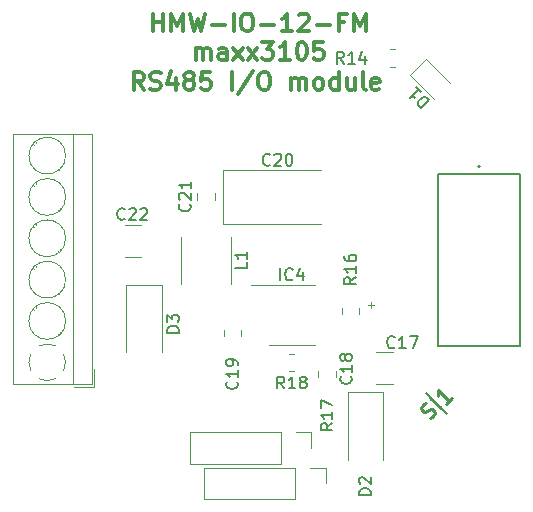
<source format=gbr>
%TF.GenerationSoftware,KiCad,Pcbnew,(6.0.9)*%
%TF.CreationDate,2024-03-01T19:09:02+01:00*%
%TF.ProjectId,HMW-IO-12-FM,484d572d-494f-42d3-9132-2d464d2e6b69,rev?*%
%TF.SameCoordinates,Original*%
%TF.FileFunction,Legend,Top*%
%TF.FilePolarity,Positive*%
%FSLAX46Y46*%
G04 Gerber Fmt 4.6, Leading zero omitted, Abs format (unit mm)*
G04 Created by KiCad (PCBNEW (6.0.9)) date 2024-03-01 19:09:02*
%MOMM*%
%LPD*%
G01*
G04 APERTURE LIST*
%ADD10C,0.300000*%
%ADD11C,0.254000*%
%ADD12C,0.150000*%
%ADD13C,0.200000*%
%ADD14C,0.120000*%
%ADD15C,0.127000*%
G04 APERTURE END LIST*
D10*
X141000000Y-55721071D02*
X141000000Y-54221071D01*
X141000000Y-54935357D02*
X141857142Y-54935357D01*
X141857142Y-55721071D02*
X141857142Y-54221071D01*
X142571428Y-55721071D02*
X142571428Y-54221071D01*
X143071428Y-55292500D01*
X143571428Y-54221071D01*
X143571428Y-55721071D01*
X144142857Y-54221071D02*
X144500000Y-55721071D01*
X144785714Y-54649642D01*
X145071428Y-55721071D01*
X145428571Y-54221071D01*
X146000000Y-55149642D02*
X147142857Y-55149642D01*
X147857142Y-55721071D02*
X147857142Y-54221071D01*
X148857142Y-54221071D02*
X149142857Y-54221071D01*
X149285714Y-54292500D01*
X149428571Y-54435357D01*
X149500000Y-54721071D01*
X149500000Y-55221071D01*
X149428571Y-55506785D01*
X149285714Y-55649642D01*
X149142857Y-55721071D01*
X148857142Y-55721071D01*
X148714285Y-55649642D01*
X148571428Y-55506785D01*
X148500000Y-55221071D01*
X148500000Y-54721071D01*
X148571428Y-54435357D01*
X148714285Y-54292500D01*
X148857142Y-54221071D01*
X150142857Y-55149642D02*
X151285714Y-55149642D01*
X152785714Y-55721071D02*
X151928571Y-55721071D01*
X152357142Y-55721071D02*
X152357142Y-54221071D01*
X152214285Y-54435357D01*
X152071428Y-54578214D01*
X151928571Y-54649642D01*
X153357142Y-54363928D02*
X153428571Y-54292500D01*
X153571428Y-54221071D01*
X153928571Y-54221071D01*
X154071428Y-54292500D01*
X154142857Y-54363928D01*
X154214285Y-54506785D01*
X154214285Y-54649642D01*
X154142857Y-54863928D01*
X153285714Y-55721071D01*
X154214285Y-55721071D01*
X154857142Y-55149642D02*
X156000000Y-55149642D01*
X157214285Y-54935357D02*
X156714285Y-54935357D01*
X156714285Y-55721071D02*
X156714285Y-54221071D01*
X157428571Y-54221071D01*
X158000000Y-55721071D02*
X158000000Y-54221071D01*
X158500000Y-55292500D01*
X159000000Y-54221071D01*
X159000000Y-55721071D01*
X144607142Y-58136071D02*
X144607142Y-57136071D01*
X144607142Y-57278928D02*
X144678571Y-57207500D01*
X144821428Y-57136071D01*
X145035714Y-57136071D01*
X145178571Y-57207500D01*
X145250000Y-57350357D01*
X145250000Y-58136071D01*
X145250000Y-57350357D02*
X145321428Y-57207500D01*
X145464285Y-57136071D01*
X145678571Y-57136071D01*
X145821428Y-57207500D01*
X145892857Y-57350357D01*
X145892857Y-58136071D01*
X147250000Y-58136071D02*
X147250000Y-57350357D01*
X147178571Y-57207500D01*
X147035714Y-57136071D01*
X146750000Y-57136071D01*
X146607142Y-57207500D01*
X147250000Y-58064642D02*
X147107142Y-58136071D01*
X146750000Y-58136071D01*
X146607142Y-58064642D01*
X146535714Y-57921785D01*
X146535714Y-57778928D01*
X146607142Y-57636071D01*
X146750000Y-57564642D01*
X147107142Y-57564642D01*
X147250000Y-57493214D01*
X147821428Y-58136071D02*
X148607142Y-57136071D01*
X147821428Y-57136071D02*
X148607142Y-58136071D01*
X149035714Y-58136071D02*
X149821428Y-57136071D01*
X149035714Y-57136071D02*
X149821428Y-58136071D01*
X150250000Y-56636071D02*
X151178571Y-56636071D01*
X150678571Y-57207500D01*
X150892857Y-57207500D01*
X151035714Y-57278928D01*
X151107142Y-57350357D01*
X151178571Y-57493214D01*
X151178571Y-57850357D01*
X151107142Y-57993214D01*
X151035714Y-58064642D01*
X150892857Y-58136071D01*
X150464285Y-58136071D01*
X150321428Y-58064642D01*
X150250000Y-57993214D01*
X152607142Y-58136071D02*
X151750000Y-58136071D01*
X152178571Y-58136071D02*
X152178571Y-56636071D01*
X152035714Y-56850357D01*
X151892857Y-56993214D01*
X151750000Y-57064642D01*
X153535714Y-56636071D02*
X153678571Y-56636071D01*
X153821428Y-56707500D01*
X153892857Y-56778928D01*
X153964285Y-56921785D01*
X154035714Y-57207500D01*
X154035714Y-57564642D01*
X153964285Y-57850357D01*
X153892857Y-57993214D01*
X153821428Y-58064642D01*
X153678571Y-58136071D01*
X153535714Y-58136071D01*
X153392857Y-58064642D01*
X153321428Y-57993214D01*
X153250000Y-57850357D01*
X153178571Y-57564642D01*
X153178571Y-57207500D01*
X153250000Y-56921785D01*
X153321428Y-56778928D01*
X153392857Y-56707500D01*
X153535714Y-56636071D01*
X155392857Y-56636071D02*
X154678571Y-56636071D01*
X154607142Y-57350357D01*
X154678571Y-57278928D01*
X154821428Y-57207500D01*
X155178571Y-57207500D01*
X155321428Y-57278928D01*
X155392857Y-57350357D01*
X155464285Y-57493214D01*
X155464285Y-57850357D01*
X155392857Y-57993214D01*
X155321428Y-58064642D01*
X155178571Y-58136071D01*
X154821428Y-58136071D01*
X154678571Y-58064642D01*
X154607142Y-57993214D01*
X140214285Y-60678571D02*
X139714285Y-59964285D01*
X139357142Y-60678571D02*
X139357142Y-59178571D01*
X139928571Y-59178571D01*
X140071428Y-59250000D01*
X140142857Y-59321428D01*
X140214285Y-59464285D01*
X140214285Y-59678571D01*
X140142857Y-59821428D01*
X140071428Y-59892857D01*
X139928571Y-59964285D01*
X139357142Y-59964285D01*
X140785714Y-60607142D02*
X141000000Y-60678571D01*
X141357142Y-60678571D01*
X141500000Y-60607142D01*
X141571428Y-60535714D01*
X141642857Y-60392857D01*
X141642857Y-60250000D01*
X141571428Y-60107142D01*
X141500000Y-60035714D01*
X141357142Y-59964285D01*
X141071428Y-59892857D01*
X140928571Y-59821428D01*
X140857142Y-59750000D01*
X140785714Y-59607142D01*
X140785714Y-59464285D01*
X140857142Y-59321428D01*
X140928571Y-59250000D01*
X141071428Y-59178571D01*
X141428571Y-59178571D01*
X141642857Y-59250000D01*
X142928571Y-59678571D02*
X142928571Y-60678571D01*
X142571428Y-59107142D02*
X142214285Y-60178571D01*
X143142857Y-60178571D01*
X143928571Y-59821428D02*
X143785714Y-59750000D01*
X143714285Y-59678571D01*
X143642857Y-59535714D01*
X143642857Y-59464285D01*
X143714285Y-59321428D01*
X143785714Y-59250000D01*
X143928571Y-59178571D01*
X144214285Y-59178571D01*
X144357142Y-59250000D01*
X144428571Y-59321428D01*
X144500000Y-59464285D01*
X144500000Y-59535714D01*
X144428571Y-59678571D01*
X144357142Y-59750000D01*
X144214285Y-59821428D01*
X143928571Y-59821428D01*
X143785714Y-59892857D01*
X143714285Y-59964285D01*
X143642857Y-60107142D01*
X143642857Y-60392857D01*
X143714285Y-60535714D01*
X143785714Y-60607142D01*
X143928571Y-60678571D01*
X144214285Y-60678571D01*
X144357142Y-60607142D01*
X144428571Y-60535714D01*
X144500000Y-60392857D01*
X144500000Y-60107142D01*
X144428571Y-59964285D01*
X144357142Y-59892857D01*
X144214285Y-59821428D01*
X145857142Y-59178571D02*
X145142857Y-59178571D01*
X145071428Y-59892857D01*
X145142857Y-59821428D01*
X145285714Y-59750000D01*
X145642857Y-59750000D01*
X145785714Y-59821428D01*
X145857142Y-59892857D01*
X145928571Y-60035714D01*
X145928571Y-60392857D01*
X145857142Y-60535714D01*
X145785714Y-60607142D01*
X145642857Y-60678571D01*
X145285714Y-60678571D01*
X145142857Y-60607142D01*
X145071428Y-60535714D01*
X147714285Y-60678571D02*
X147714285Y-59178571D01*
X149500000Y-59107142D02*
X148214285Y-61035714D01*
X150285714Y-59178571D02*
X150571428Y-59178571D01*
X150714285Y-59250000D01*
X150857142Y-59392857D01*
X150928571Y-59678571D01*
X150928571Y-60178571D01*
X150857142Y-60464285D01*
X150714285Y-60607142D01*
X150571428Y-60678571D01*
X150285714Y-60678571D01*
X150142857Y-60607142D01*
X150000000Y-60464285D01*
X149928571Y-60178571D01*
X149928571Y-59678571D01*
X150000000Y-59392857D01*
X150142857Y-59250000D01*
X150285714Y-59178571D01*
X152714285Y-60678571D02*
X152714285Y-59678571D01*
X152714285Y-59821428D02*
X152785714Y-59750000D01*
X152928571Y-59678571D01*
X153142857Y-59678571D01*
X153285714Y-59750000D01*
X153357142Y-59892857D01*
X153357142Y-60678571D01*
X153357142Y-59892857D02*
X153428571Y-59750000D01*
X153571428Y-59678571D01*
X153785714Y-59678571D01*
X153928571Y-59750000D01*
X154000000Y-59892857D01*
X154000000Y-60678571D01*
X154928571Y-60678571D02*
X154785714Y-60607142D01*
X154714285Y-60535714D01*
X154642857Y-60392857D01*
X154642857Y-59964285D01*
X154714285Y-59821428D01*
X154785714Y-59750000D01*
X154928571Y-59678571D01*
X155142857Y-59678571D01*
X155285714Y-59750000D01*
X155357142Y-59821428D01*
X155428571Y-59964285D01*
X155428571Y-60392857D01*
X155357142Y-60535714D01*
X155285714Y-60607142D01*
X155142857Y-60678571D01*
X154928571Y-60678571D01*
X156714285Y-60678571D02*
X156714285Y-59178571D01*
X156714285Y-60607142D02*
X156571428Y-60678571D01*
X156285714Y-60678571D01*
X156142857Y-60607142D01*
X156071428Y-60535714D01*
X156000000Y-60392857D01*
X156000000Y-59964285D01*
X156071428Y-59821428D01*
X156142857Y-59750000D01*
X156285714Y-59678571D01*
X156571428Y-59678571D01*
X156714285Y-59750000D01*
X158071428Y-59678571D02*
X158071428Y-60678571D01*
X157428571Y-59678571D02*
X157428571Y-60464285D01*
X157500000Y-60607142D01*
X157642857Y-60678571D01*
X157857142Y-60678571D01*
X158000000Y-60607142D01*
X158071428Y-60535714D01*
X159000000Y-60678571D02*
X158857142Y-60607142D01*
X158785714Y-60464285D01*
X158785714Y-59178571D01*
X160142857Y-60607142D02*
X160000000Y-60678571D01*
X159714285Y-60678571D01*
X159571428Y-60607142D01*
X159500000Y-60464285D01*
X159500000Y-59892857D01*
X159571428Y-59750000D01*
X159714285Y-59678571D01*
X160000000Y-59678571D01*
X160142857Y-59750000D01*
X160214285Y-59892857D01*
X160214285Y-60035714D01*
X159500000Y-60178571D01*
D11*
%TO.C,SI1*%
X164447693Y-88493745D02*
X164618746Y-88408218D01*
X164832562Y-88194403D01*
X164875325Y-88066113D01*
X164875325Y-87980587D01*
X164832562Y-87852298D01*
X164747035Y-87766772D01*
X164618746Y-87724008D01*
X164533220Y-87724008D01*
X164404930Y-87766772D01*
X164191115Y-87895061D01*
X164062825Y-87937824D01*
X163977299Y-87937824D01*
X163849010Y-87895061D01*
X163763483Y-87809535D01*
X163720720Y-87681245D01*
X163720720Y-87595719D01*
X163763483Y-87467430D01*
X163977299Y-87253614D01*
X164148352Y-87168088D01*
X165388482Y-87638482D02*
X164490457Y-86740457D01*
X166286508Y-86740457D02*
X165773350Y-87253614D01*
X166029929Y-86997035D02*
X165131903Y-86099010D01*
X165174667Y-86312825D01*
X165174667Y-86483878D01*
X165131903Y-86612167D01*
D12*
%TO.C,D3*%
X143202380Y-81238095D02*
X142202380Y-81238095D01*
X142202380Y-81000000D01*
X142250000Y-80857142D01*
X142345238Y-80761904D01*
X142440476Y-80714285D01*
X142630952Y-80666666D01*
X142773809Y-80666666D01*
X142964285Y-80714285D01*
X143059523Y-80761904D01*
X143154761Y-80857142D01*
X143202380Y-81000000D01*
X143202380Y-81238095D01*
X142202380Y-80333333D02*
X142202380Y-79714285D01*
X142583333Y-80047619D01*
X142583333Y-79904761D01*
X142630952Y-79809523D01*
X142678571Y-79761904D01*
X142773809Y-79714285D01*
X143011904Y-79714285D01*
X143107142Y-79761904D01*
X143154761Y-79809523D01*
X143202380Y-79904761D01*
X143202380Y-80190476D01*
X143154761Y-80285714D01*
X143107142Y-80333333D01*
%TO.C,D1*%
X164366577Y-61526814D02*
X163659471Y-62233921D01*
X163491112Y-62065562D01*
X163423768Y-61930875D01*
X163423768Y-61796188D01*
X163457440Y-61695173D01*
X163558455Y-61526814D01*
X163659471Y-61425799D01*
X163827829Y-61324783D01*
X163928845Y-61291112D01*
X164063532Y-61291112D01*
X164198219Y-61358455D01*
X164366577Y-61526814D01*
X163289081Y-60449318D02*
X163693142Y-60853379D01*
X163491112Y-60651348D02*
X162784005Y-61358455D01*
X162952364Y-61324783D01*
X163087051Y-61324783D01*
X163188066Y-61358455D01*
%TO.C,C19*%
X148107142Y-85392857D02*
X148154761Y-85440476D01*
X148202380Y-85583333D01*
X148202380Y-85678571D01*
X148154761Y-85821428D01*
X148059523Y-85916666D01*
X147964285Y-85964285D01*
X147773809Y-86011904D01*
X147630952Y-86011904D01*
X147440476Y-85964285D01*
X147345238Y-85916666D01*
X147250000Y-85821428D01*
X147202380Y-85678571D01*
X147202380Y-85583333D01*
X147250000Y-85440476D01*
X147297619Y-85392857D01*
X148202380Y-84440476D02*
X148202380Y-85011904D01*
X148202380Y-84726190D02*
X147202380Y-84726190D01*
X147345238Y-84821428D01*
X147440476Y-84916666D01*
X147488095Y-85011904D01*
X148202380Y-83964285D02*
X148202380Y-83773809D01*
X148154761Y-83678571D01*
X148107142Y-83630952D01*
X147964285Y-83535714D01*
X147773809Y-83488095D01*
X147392857Y-83488095D01*
X147297619Y-83535714D01*
X147250000Y-83583333D01*
X147202380Y-83678571D01*
X147202380Y-83869047D01*
X147250000Y-83964285D01*
X147297619Y-84011904D01*
X147392857Y-84059523D01*
X147630952Y-84059523D01*
X147726190Y-84011904D01*
X147773809Y-83964285D01*
X147821428Y-83869047D01*
X147821428Y-83678571D01*
X147773809Y-83583333D01*
X147726190Y-83535714D01*
X147630952Y-83488095D01*
%TO.C,L1*%
X148952380Y-75266666D02*
X148952380Y-75742857D01*
X147952380Y-75742857D01*
X148952380Y-74409523D02*
X148952380Y-74980952D01*
X148952380Y-74695238D02*
X147952380Y-74695238D01*
X148095238Y-74790476D01*
X148190476Y-74885714D01*
X148238095Y-74980952D01*
%TO.C,D2*%
X159452380Y-94988095D02*
X158452380Y-94988095D01*
X158452380Y-94750000D01*
X158500000Y-94607142D01*
X158595238Y-94511904D01*
X158690476Y-94464285D01*
X158880952Y-94416666D01*
X159023809Y-94416666D01*
X159214285Y-94464285D01*
X159309523Y-94511904D01*
X159404761Y-94607142D01*
X159452380Y-94750000D01*
X159452380Y-94988095D01*
X158547619Y-94035714D02*
X158500000Y-93988095D01*
X158452380Y-93892857D01*
X158452380Y-93654761D01*
X158500000Y-93559523D01*
X158547619Y-93511904D01*
X158642857Y-93464285D01*
X158738095Y-93464285D01*
X158880952Y-93511904D01*
X159452380Y-94083333D01*
X159452380Y-93464285D01*
%TO.C,C17*%
X161457142Y-82457142D02*
X161409523Y-82504761D01*
X161266666Y-82552380D01*
X161171428Y-82552380D01*
X161028571Y-82504761D01*
X160933333Y-82409523D01*
X160885714Y-82314285D01*
X160838095Y-82123809D01*
X160838095Y-81980952D01*
X160885714Y-81790476D01*
X160933333Y-81695238D01*
X161028571Y-81600000D01*
X161171428Y-81552380D01*
X161266666Y-81552380D01*
X161409523Y-81600000D01*
X161457142Y-81647619D01*
X162409523Y-82552380D02*
X161838095Y-82552380D01*
X162123809Y-82552380D02*
X162123809Y-81552380D01*
X162028571Y-81695238D01*
X161933333Y-81790476D01*
X161838095Y-81838095D01*
X162742857Y-81552380D02*
X163409523Y-81552380D01*
X162980952Y-82552380D01*
%TO.C,R16*%
X158202380Y-76542857D02*
X157726190Y-76876190D01*
X158202380Y-77114285D02*
X157202380Y-77114285D01*
X157202380Y-76733333D01*
X157250000Y-76638095D01*
X157297619Y-76590476D01*
X157392857Y-76542857D01*
X157535714Y-76542857D01*
X157630952Y-76590476D01*
X157678571Y-76638095D01*
X157726190Y-76733333D01*
X157726190Y-77114285D01*
X158202380Y-75590476D02*
X158202380Y-76161904D01*
X158202380Y-75876190D02*
X157202380Y-75876190D01*
X157345238Y-75971428D01*
X157440476Y-76066666D01*
X157488095Y-76161904D01*
X157202380Y-74733333D02*
X157202380Y-74923809D01*
X157250000Y-75019047D01*
X157297619Y-75066666D01*
X157440476Y-75161904D01*
X157630952Y-75209523D01*
X158011904Y-75209523D01*
X158107142Y-75161904D01*
X158154761Y-75114285D01*
X158202380Y-75019047D01*
X158202380Y-74828571D01*
X158154761Y-74733333D01*
X158107142Y-74685714D01*
X158011904Y-74638095D01*
X157773809Y-74638095D01*
X157678571Y-74685714D01*
X157630952Y-74733333D01*
X157583333Y-74828571D01*
X157583333Y-75019047D01*
X157630952Y-75114285D01*
X157678571Y-75161904D01*
X157773809Y-75209523D01*
%TO.C,R14*%
X157157142Y-58452380D02*
X156823809Y-57976190D01*
X156585714Y-58452380D02*
X156585714Y-57452380D01*
X156966666Y-57452380D01*
X157061904Y-57500000D01*
X157109523Y-57547619D01*
X157157142Y-57642857D01*
X157157142Y-57785714D01*
X157109523Y-57880952D01*
X157061904Y-57928571D01*
X156966666Y-57976190D01*
X156585714Y-57976190D01*
X158109523Y-58452380D02*
X157538095Y-58452380D01*
X157823809Y-58452380D02*
X157823809Y-57452380D01*
X157728571Y-57595238D01*
X157633333Y-57690476D01*
X157538095Y-57738095D01*
X158966666Y-57785714D02*
X158966666Y-58452380D01*
X158728571Y-57404761D02*
X158490476Y-58119047D01*
X159109523Y-58119047D01*
%TO.C,C21*%
X144107142Y-70355357D02*
X144154761Y-70402976D01*
X144202380Y-70545833D01*
X144202380Y-70641071D01*
X144154761Y-70783928D01*
X144059523Y-70879166D01*
X143964285Y-70926785D01*
X143773809Y-70974404D01*
X143630952Y-70974404D01*
X143440476Y-70926785D01*
X143345238Y-70879166D01*
X143250000Y-70783928D01*
X143202380Y-70641071D01*
X143202380Y-70545833D01*
X143250000Y-70402976D01*
X143297619Y-70355357D01*
X143297619Y-69974404D02*
X143250000Y-69926785D01*
X143202380Y-69831547D01*
X143202380Y-69593452D01*
X143250000Y-69498214D01*
X143297619Y-69450595D01*
X143392857Y-69402976D01*
X143488095Y-69402976D01*
X143630952Y-69450595D01*
X144202380Y-70022023D01*
X144202380Y-69402976D01*
X144202380Y-68450595D02*
X144202380Y-69022023D01*
X144202380Y-68736309D02*
X143202380Y-68736309D01*
X143345238Y-68831547D01*
X143440476Y-68926785D01*
X143488095Y-69022023D01*
%TO.C,C20*%
X150907142Y-67007142D02*
X150859523Y-67054761D01*
X150716666Y-67102380D01*
X150621428Y-67102380D01*
X150478571Y-67054761D01*
X150383333Y-66959523D01*
X150335714Y-66864285D01*
X150288095Y-66673809D01*
X150288095Y-66530952D01*
X150335714Y-66340476D01*
X150383333Y-66245238D01*
X150478571Y-66150000D01*
X150621428Y-66102380D01*
X150716666Y-66102380D01*
X150859523Y-66150000D01*
X150907142Y-66197619D01*
X151288095Y-66197619D02*
X151335714Y-66150000D01*
X151430952Y-66102380D01*
X151669047Y-66102380D01*
X151764285Y-66150000D01*
X151811904Y-66197619D01*
X151859523Y-66292857D01*
X151859523Y-66388095D01*
X151811904Y-66530952D01*
X151240476Y-67102380D01*
X151859523Y-67102380D01*
X152478571Y-66102380D02*
X152573809Y-66102380D01*
X152669047Y-66150000D01*
X152716666Y-66197619D01*
X152764285Y-66292857D01*
X152811904Y-66483333D01*
X152811904Y-66721428D01*
X152764285Y-66911904D01*
X152716666Y-67007142D01*
X152669047Y-67054761D01*
X152573809Y-67102380D01*
X152478571Y-67102380D01*
X152383333Y-67054761D01*
X152335714Y-67007142D01*
X152288095Y-66911904D01*
X152240476Y-66721428D01*
X152240476Y-66483333D01*
X152288095Y-66292857D01*
X152335714Y-66197619D01*
X152383333Y-66150000D01*
X152478571Y-66102380D01*
%TO.C,R18*%
X152107142Y-85952380D02*
X151773809Y-85476190D01*
X151535714Y-85952380D02*
X151535714Y-84952380D01*
X151916666Y-84952380D01*
X152011904Y-85000000D01*
X152059523Y-85047619D01*
X152107142Y-85142857D01*
X152107142Y-85285714D01*
X152059523Y-85380952D01*
X152011904Y-85428571D01*
X151916666Y-85476190D01*
X151535714Y-85476190D01*
X153059523Y-85952380D02*
X152488095Y-85952380D01*
X152773809Y-85952380D02*
X152773809Y-84952380D01*
X152678571Y-85095238D01*
X152583333Y-85190476D01*
X152488095Y-85238095D01*
X153630952Y-85380952D02*
X153535714Y-85333333D01*
X153488095Y-85285714D01*
X153440476Y-85190476D01*
X153440476Y-85142857D01*
X153488095Y-85047619D01*
X153535714Y-85000000D01*
X153630952Y-84952380D01*
X153821428Y-84952380D01*
X153916666Y-85000000D01*
X153964285Y-85047619D01*
X154011904Y-85142857D01*
X154011904Y-85190476D01*
X153964285Y-85285714D01*
X153916666Y-85333333D01*
X153821428Y-85380952D01*
X153630952Y-85380952D01*
X153535714Y-85428571D01*
X153488095Y-85476190D01*
X153440476Y-85571428D01*
X153440476Y-85761904D01*
X153488095Y-85857142D01*
X153535714Y-85904761D01*
X153630952Y-85952380D01*
X153821428Y-85952380D01*
X153916666Y-85904761D01*
X153964285Y-85857142D01*
X154011904Y-85761904D01*
X154011904Y-85571428D01*
X153964285Y-85476190D01*
X153916666Y-85428571D01*
X153821428Y-85380952D01*
%TO.C,C22*%
X138607142Y-71607142D02*
X138559523Y-71654761D01*
X138416666Y-71702380D01*
X138321428Y-71702380D01*
X138178571Y-71654761D01*
X138083333Y-71559523D01*
X138035714Y-71464285D01*
X137988095Y-71273809D01*
X137988095Y-71130952D01*
X138035714Y-70940476D01*
X138083333Y-70845238D01*
X138178571Y-70750000D01*
X138321428Y-70702380D01*
X138416666Y-70702380D01*
X138559523Y-70750000D01*
X138607142Y-70797619D01*
X138988095Y-70797619D02*
X139035714Y-70750000D01*
X139130952Y-70702380D01*
X139369047Y-70702380D01*
X139464285Y-70750000D01*
X139511904Y-70797619D01*
X139559523Y-70892857D01*
X139559523Y-70988095D01*
X139511904Y-71130952D01*
X138940476Y-71702380D01*
X139559523Y-71702380D01*
X139940476Y-70797619D02*
X139988095Y-70750000D01*
X140083333Y-70702380D01*
X140321428Y-70702380D01*
X140416666Y-70750000D01*
X140464285Y-70797619D01*
X140511904Y-70892857D01*
X140511904Y-70988095D01*
X140464285Y-71130952D01*
X139892857Y-71702380D01*
X140511904Y-71702380D01*
%TO.C,IC4*%
X151773809Y-76802380D02*
X151773809Y-75802380D01*
X152821428Y-76707142D02*
X152773809Y-76754761D01*
X152630952Y-76802380D01*
X152535714Y-76802380D01*
X152392857Y-76754761D01*
X152297619Y-76659523D01*
X152250000Y-76564285D01*
X152202380Y-76373809D01*
X152202380Y-76230952D01*
X152250000Y-76040476D01*
X152297619Y-75945238D01*
X152392857Y-75850000D01*
X152535714Y-75802380D01*
X152630952Y-75802380D01*
X152773809Y-75850000D01*
X152821428Y-75897619D01*
X153678571Y-76135714D02*
X153678571Y-76802380D01*
X153440476Y-75754761D02*
X153202380Y-76469047D01*
X153821428Y-76469047D01*
%TO.C,R17*%
X156202380Y-88892857D02*
X155726190Y-89226190D01*
X156202380Y-89464285D02*
X155202380Y-89464285D01*
X155202380Y-89083333D01*
X155250000Y-88988095D01*
X155297619Y-88940476D01*
X155392857Y-88892857D01*
X155535714Y-88892857D01*
X155630952Y-88940476D01*
X155678571Y-88988095D01*
X155726190Y-89083333D01*
X155726190Y-89464285D01*
X156202380Y-87940476D02*
X156202380Y-88511904D01*
X156202380Y-88226190D02*
X155202380Y-88226190D01*
X155345238Y-88321428D01*
X155440476Y-88416666D01*
X155488095Y-88511904D01*
X155202380Y-87607142D02*
X155202380Y-86940476D01*
X156202380Y-87369047D01*
%TO.C,C18*%
X157757142Y-84942857D02*
X157804761Y-84990476D01*
X157852380Y-85133333D01*
X157852380Y-85228571D01*
X157804761Y-85371428D01*
X157709523Y-85466666D01*
X157614285Y-85514285D01*
X157423809Y-85561904D01*
X157280952Y-85561904D01*
X157090476Y-85514285D01*
X156995238Y-85466666D01*
X156900000Y-85371428D01*
X156852380Y-85228571D01*
X156852380Y-85133333D01*
X156900000Y-84990476D01*
X156947619Y-84942857D01*
X157852380Y-83990476D02*
X157852380Y-84561904D01*
X157852380Y-84276190D02*
X156852380Y-84276190D01*
X156995238Y-84371428D01*
X157090476Y-84466666D01*
X157138095Y-84561904D01*
X157280952Y-83419047D02*
X157233333Y-83514285D01*
X157185714Y-83561904D01*
X157090476Y-83609523D01*
X157042857Y-83609523D01*
X156947619Y-83561904D01*
X156900000Y-83514285D01*
X156852380Y-83419047D01*
X156852380Y-83228571D01*
X156900000Y-83133333D01*
X156947619Y-83085714D01*
X157042857Y-83038095D01*
X157090476Y-83038095D01*
X157185714Y-83085714D01*
X157233333Y-83133333D01*
X157280952Y-83228571D01*
X157280952Y-83419047D01*
X157328571Y-83514285D01*
X157376190Y-83561904D01*
X157471428Y-83609523D01*
X157661904Y-83609523D01*
X157757142Y-83561904D01*
X157804761Y-83514285D01*
X157852380Y-83419047D01*
X157852380Y-83228571D01*
X157804761Y-83133333D01*
X157757142Y-83085714D01*
X157661904Y-83038095D01*
X157471428Y-83038095D01*
X157376190Y-83085714D01*
X157328571Y-83133333D01*
X157280952Y-83228571D01*
D13*
%TO.C,SI1*%
X165862581Y-88112581D02*
X164101885Y-86351885D01*
D14*
%TO.C,D3*%
X141750000Y-82900000D02*
X141750000Y-77200000D01*
X138750000Y-77200000D02*
X138750000Y-82900000D01*
X141750000Y-77200000D02*
X138750000Y-77200000D01*
D15*
%TO.C,J4*%
X165100000Y-67837500D02*
X172100000Y-67837500D01*
X172100000Y-82337500D02*
X172100000Y-67837500D01*
X165100000Y-82337500D02*
X165100000Y-67837500D01*
X172100000Y-82337500D02*
X165100000Y-82337500D01*
D13*
X168700000Y-67187500D02*
G75*
G03*
X168700000Y-67187500I-100000J0D01*
G01*
D14*
%TO.C,D1*%
X162805959Y-59463604D02*
X164828284Y-61485929D01*
X164163604Y-58105959D02*
X162805959Y-59463604D01*
X166185929Y-60128284D02*
X164163604Y-58105959D01*
%TO.C,C19*%
X148485000Y-81026248D02*
X148485000Y-81548752D01*
X147015000Y-81026248D02*
X147015000Y-81548752D01*
%TO.C,L1*%
X147600000Y-73100000D02*
X147600000Y-77100000D01*
X143400000Y-73100000D02*
X143400000Y-77100000D01*
%TO.C,D2*%
X157500000Y-86300000D02*
X157500000Y-92000000D01*
X160500000Y-92000000D02*
X160500000Y-86300000D01*
X160500000Y-86300000D02*
X157500000Y-86300000D01*
%TO.C,C17*%
X159240113Y-78925000D02*
X159740113Y-78925000D01*
X159490113Y-78675000D02*
X159490113Y-79175000D01*
%TO.C,R16*%
X158485000Y-79627064D02*
X158485000Y-79172936D01*
X157015000Y-79627064D02*
X157015000Y-79172936D01*
%TO.C,J1*%
X154300000Y-92670000D02*
X155630000Y-92670000D01*
X155630000Y-92670000D02*
X155630000Y-94000000D01*
X153030000Y-95330000D02*
X145350000Y-95330000D01*
X145350000Y-92670000D02*
X145350000Y-95330000D01*
X153030000Y-92670000D02*
X153030000Y-95330000D01*
X153030000Y-92670000D02*
X145350000Y-92670000D01*
%TO.C,R14*%
X161072936Y-58735000D02*
X161527064Y-58735000D01*
X161072936Y-57265000D02*
X161527064Y-57265000D01*
%TO.C,C21*%
X146235000Y-69451248D02*
X146235000Y-69973752D01*
X144765000Y-69451248D02*
X144765000Y-69973752D01*
%TO.C,C20*%
X146965000Y-67490000D02*
X146965000Y-72010000D01*
X146965000Y-72010000D02*
X155200000Y-72010000D01*
X155200000Y-67490000D02*
X146965000Y-67490000D01*
%TO.C,R18*%
X152977064Y-83015000D02*
X152522936Y-83015000D01*
X152977064Y-84485000D02*
X152522936Y-84485000D01*
%TO.C,C22*%
X140023752Y-74860000D02*
X138601248Y-74860000D01*
X140023752Y-72140000D02*
X138601248Y-72140000D01*
%TO.C,IC4*%
X152750000Y-82310000D02*
X154700000Y-82310000D01*
X152750000Y-77190000D02*
X154700000Y-77190000D01*
X152750000Y-82310000D02*
X150800000Y-82310000D01*
X152750000Y-77190000D02*
X149300000Y-77190000D01*
%TO.C,J2*%
X154420000Y-89670000D02*
X154420000Y-91000000D01*
X151820000Y-89670000D02*
X144140000Y-89670000D01*
X153090000Y-89670000D02*
X154420000Y-89670000D01*
X151820000Y-89670000D02*
X151820000Y-92330000D01*
X144140000Y-89670000D02*
X144140000Y-92330000D01*
X151820000Y-92330000D02*
X144140000Y-92330000D01*
%TO.C,J3*%
X129190000Y-85560000D02*
X129190000Y-64439000D01*
X132964000Y-81353000D02*
X133040000Y-81429000D01*
X131060000Y-65070000D02*
X131136000Y-65146000D01*
X132964000Y-67353000D02*
X133040000Y-67429000D01*
X132964000Y-74353000D02*
X133040000Y-74429000D01*
X136050000Y-85800000D02*
X136050000Y-84300000D01*
X129190000Y-85560000D02*
X135810000Y-85560000D01*
X133175000Y-74185000D02*
X133230000Y-74239000D01*
X130870000Y-72260000D02*
X130924000Y-72314000D01*
X131060000Y-79070000D02*
X131136000Y-79146000D01*
X130870000Y-68760000D02*
X130924000Y-68814000D01*
X130870000Y-79260000D02*
X130924000Y-79314000D01*
X132964000Y-70853000D02*
X133040000Y-70929000D01*
X131060000Y-75570000D02*
X131136000Y-75646000D01*
X130870000Y-65260000D02*
X130924000Y-65314000D01*
X129190000Y-64439000D02*
X135810000Y-64439000D01*
X133175000Y-77685000D02*
X133230000Y-77739000D01*
X134310000Y-85800000D02*
X136050000Y-85800000D01*
X131060000Y-72070000D02*
X131136000Y-72146000D01*
X133175000Y-67185000D02*
X133230000Y-67239000D01*
X132964000Y-77853000D02*
X133040000Y-77929000D01*
X131060000Y-68570000D02*
X131136000Y-68646000D01*
X133175000Y-81185000D02*
X133230000Y-81239000D01*
X130870000Y-75760000D02*
X130924000Y-75814000D01*
X134250000Y-85560000D02*
X134250000Y-64439000D01*
X133175000Y-70685000D02*
X133230000Y-70739000D01*
X135810000Y-85560000D02*
X135810000Y-64439000D01*
X133436000Y-84457000D02*
G75*
G03*
X133605682Y-83723556I-1385995J706999D01*
G01*
X130664000Y-83043000D02*
G75*
G03*
X130663355Y-84455733I1386000J-707000D01*
G01*
X133605000Y-83750000D02*
G75*
G03*
X133435515Y-83044045I-1555008J-2D01*
G01*
X132757000Y-82364000D02*
G75*
G03*
X131344267Y-82363355I-706999J-1386001D01*
G01*
X131343000Y-85136000D02*
G75*
G03*
X132755733Y-85136645I707000J1386000D01*
G01*
X133605000Y-73250000D02*
G75*
G03*
X133605000Y-73250000I-1555000J0D01*
G01*
X133605000Y-66250000D02*
G75*
G03*
X133605000Y-66250000I-1555000J0D01*
G01*
X133605000Y-80250000D02*
G75*
G03*
X133605000Y-80250000I-1555000J0D01*
G01*
X133605000Y-76750000D02*
G75*
G03*
X133605000Y-76750000I-1555000J0D01*
G01*
X133605000Y-69750000D02*
G75*
G03*
X133605000Y-69750000I-1555000J0D01*
G01*
%TO.C,R17*%
X156485000Y-84977064D02*
X156485000Y-84522936D01*
X155015000Y-84977064D02*
X155015000Y-84522936D01*
%TO.C,C18*%
X159888748Y-85610000D02*
X161311252Y-85610000D01*
X159888748Y-82890000D02*
X161311252Y-82890000D01*
%TD*%
M02*

</source>
